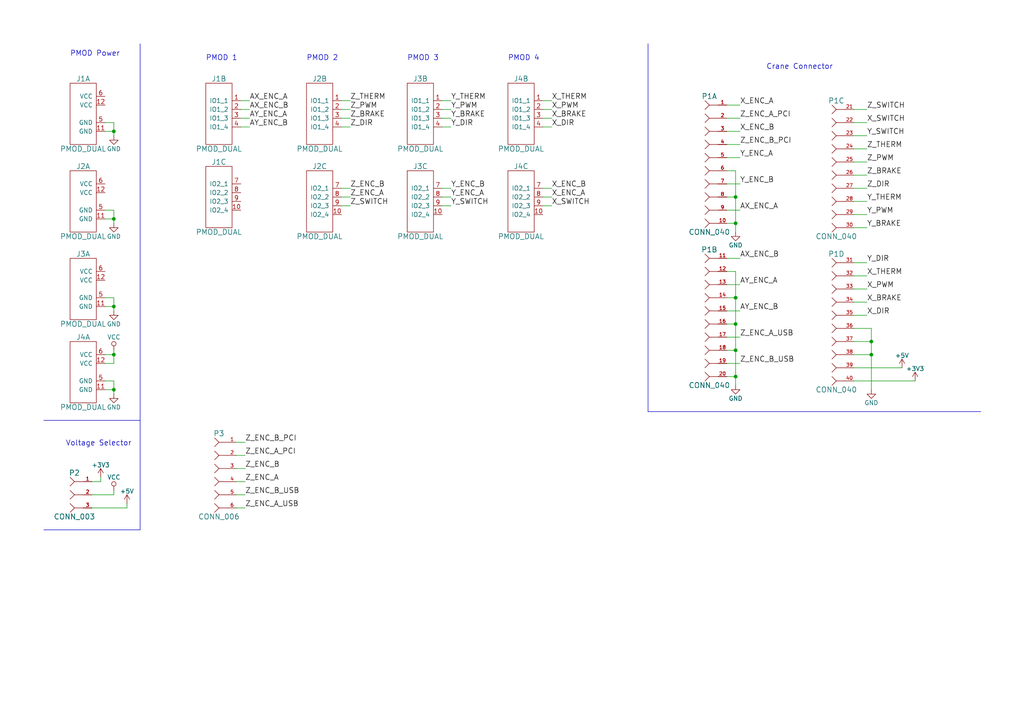
<source format=kicad_sch>
(kicad_sch (version 20230121) (generator eeschema)
  (paper "A4")
  (lib_symbols
    (symbol "Crane_Interface-rescue:+3V3" (power) (pin_names (offset 0))
      (property "Value" "+3V3" (at 0 3.556 0))
      (symbol "+3V3_0_1"
        (polyline (pts (xy -0.762 1.27) (xy 0 2.54)))
        (polyline (pts (xy 0 0) (xy 0 2.54)))
        (polyline (pts (xy 0 2.54) (xy 0.762 1.27)))
      )
      (symbol "+3V3_1_1"
        (pin power_in line (at 0 0 90) (length 0) hide (name "+3V3") (number "1"))
      )
    )
    (symbol "Crane_Interface-rescue:+5V" (power) (pin_names (offset 0))
      (property "Value" "+5V" (at 0 3.556 0))
      (symbol "+5V_0_1"
        (polyline (pts (xy -0.762 1.27) (xy 0 2.54)))
        (polyline (pts (xy 0 0) (xy 0 2.54)))
        (polyline (pts (xy 0 2.54) (xy 0.762 1.27)))
      )
      (symbol "+5V_1_1"
        (pin power_in line (at 0 0 90) (length 0) hide (name "+5V") (number "1"))
      )
    )
    (symbol "Crane_Interface-rescue:CONN_003" (pin_names (offset 1.016))
      (property "Reference" "P" (at 0 6.35 0))
      (property "Value" "CONN_003" (at 0 -6.35 0))
      (symbol "CONN_003_0_1"
        (polyline (pts (xy 0 -3.81) (xy 2.54 -3.81)))
        (polyline (pts (xy 0 3.81) (xy 2.54 3.81)))
        (polyline (pts (xy -1.27 -2.54) (xy 0 -3.81) (xy -1.27 -5.08)))
        (polyline (pts (xy -1.27 1.27) (xy 0 0) (xy -1.27 -1.27)))
        (polyline (pts (xy -1.27 2.54) (xy 0 3.81) (xy -1.27 5.08)))
        (polyline (pts (xy 0 0) (xy 1.27 0) (xy 2.54 0)))
      )
      (symbol "CONN_003_1_1"
        (pin input line (at 5.08 3.81 180) (length 2.54) (name "~") (number "1"))
        (pin input line (at 5.08 0 180) (length 2.54) (name "~") (number "2"))
        (pin input line (at 5.08 -3.81 180) (length 2.54) (name "~") (number "3"))
      )
    )
    (symbol "Crane_Interface-rescue:CONN_006" (pin_names (offset 1.016))
      (property "Reference" "P" (at 0 11.43 0))
      (property "Value" "CONN_006" (at 0 -12.7 0))
      (symbol "CONN_006_0_1"
        (polyline (pts (xy 0 -10.16) (xy 2.54 -10.16)))
        (polyline (pts (xy 0 -6.35) (xy 2.54 -6.35)))
        (polyline (pts (xy 0 -2.54) (xy -1.27 -3.81)))
        (polyline (pts (xy 0 5.08) (xy 2.54 5.08)))
        (polyline (pts (xy 0 8.89) (xy 2.54 8.89)))
        (polyline (pts (xy -1.27 -8.89) (xy 0 -10.16) (xy -1.27 -11.43)))
        (polyline (pts (xy -1.27 -5.08) (xy 0 -6.35) (xy -1.27 -7.62)))
        (polyline (pts (xy -1.27 2.54) (xy 0 1.27) (xy -1.27 0)))
        (polyline (pts (xy -1.27 3.81) (xy 0 5.08) (xy -1.27 6.35)))
        (polyline (pts (xy -1.27 7.62) (xy 0 8.89) (xy -1.27 10.16)))
        (polyline (pts (xy 0 1.27) (xy 1.27 1.27) (xy 2.54 1.27)))
        (polyline (pts (xy 2.54 -2.54) (xy 0 -2.54) (xy -1.27 -1.27)))
      )
      (symbol "CONN_006_1_1"
        (pin input line (at 5.08 8.89 180) (length 2.54) (name "~") (number "1"))
        (pin input line (at 5.08 5.08 180) (length 2.54) (name "~") (number "2"))
        (pin input line (at 5.08 1.27 180) (length 2.54) (name "~") (number "3"))
        (pin input line (at 5.08 -2.54 180) (length 2.54) (name "~") (number "4"))
        (pin input line (at 5.08 -6.35 180) (length 2.54) (name "~") (number "5"))
        (pin input line (at 5.08 -10.16 180) (length 2.54) (name "~") (number "6"))
      )
    )
    (symbol "Crane_Interface-rescue:CONN_040" (pin_names (offset 1.016))
      (property "Reference" "P" (at 0 19.05 0))
      (property "Value" "CONN_040" (at 0 -20.32 0))
      (symbol "CONN_040_0_1"
        (polyline (pts (xy 0 -17.78) (xy 2.54 -17.78)))
        (polyline (pts (xy 0 -10.16) (xy 2.54 -10.16)))
        (polyline (pts (xy 0 -2.54) (xy 2.54 -2.54)))
        (polyline (pts (xy 0 5.08) (xy 2.54 5.08)))
        (polyline (pts (xy 0 12.7) (xy 2.54 12.7)))
        (polyline (pts (xy 2.54 -13.97) (xy 0 -13.97)))
        (polyline (pts (xy 2.54 -6.35) (xy 0 -6.35)))
        (polyline (pts (xy 2.54 1.27) (xy 0 1.27)))
        (polyline (pts (xy 2.54 8.89) (xy 0 8.89)))
        (polyline (pts (xy 2.54 16.51) (xy 0 16.51)))
        (polyline (pts (xy -1.27 -16.51) (xy 0 -17.78) (xy -1.27 -19.05)))
        (polyline (pts (xy -1.27 -12.7) (xy 0 -13.97) (xy -1.27 -15.24)))
        (polyline (pts (xy -1.27 -8.89) (xy 0 -10.16) (xy -1.27 -11.43)))
        (polyline (pts (xy -1.27 -5.08) (xy 0 -6.35) (xy -1.27 -7.62)))
        (polyline (pts (xy -1.27 -1.27) (xy 0 -2.54) (xy -1.27 -3.81)))
        (polyline (pts (xy -1.27 2.54) (xy 0 1.27) (xy -1.27 0)))
        (polyline (pts (xy -1.27 6.35) (xy 0 5.08) (xy -1.27 3.81)))
        (polyline (pts (xy -1.27 10.16) (xy 0 8.89) (xy -1.27 7.62)))
        (polyline (pts (xy -1.27 13.97) (xy 0 12.7) (xy -1.27 11.43)))
        (polyline (pts (xy -1.27 15.24) (xy 0 16.51) (xy -1.27 17.78)))
      )
      (symbol "CONN_040_1_1"
        (pin input line (at 5.08 16.51 180) (length 2.54) (name "~") (number "1"))
        (pin input line (at 5.08 -17.78 180) (length 2.54) (name "~") (number "10"))
        (pin input line (at 5.08 12.7 180) (length 2.54) (name "~") (number "2"))
        (pin input line (at 5.08 8.89 180) (length 2.54) (name "~") (number "3"))
        (pin input line (at 5.08 5.08 180) (length 2.54) (name "~") (number "4"))
        (pin input line (at 5.08 1.27 180) (length 2.54) (name "~") (number "5"))
        (pin input line (at 5.08 -2.54 180) (length 2.54) (name "~") (number "6"))
        (pin input line (at 5.08 -6.35 180) (length 2.54) (name "~") (number "7"))
        (pin input line (at 5.08 -10.16 180) (length 2.54) (name "~") (number "8"))
        (pin input line (at 5.08 -13.97 180) (length 2.54) (name "~") (number "9"))
      )
      (symbol "CONN_040_1_2"
        (pin input line (at 2.54 29.21 180) (length 2.54) (name "~") (number "1"))
        (pin input line (at 2.54 -3.81 180) (length 2.54) (name "~") (number "10"))
        (pin input line (at 2.54 -6.35 180) (length 2.54) (name "~") (number "11"))
        (pin input line (at 2.54 -8.89 180) (length 2.54) (name "~") (number "12"))
        (pin input line (at 2.54 -11.43 180) (length 2.54) (name "~") (number "13"))
        (pin input line (at 2.54 -13.97 180) (length 2.54) (name "~") (number "14"))
        (pin input line (at 2.54 -16.51 180) (length 2.54) (name "~") (number "15"))
        (pin input line (at 2.54 -27.94 180) (length 2.54) (name "~") (number "16"))
        (pin input line (at 2.54 -31.75 180) (length 2.54) (name "~") (number "17"))
        (pin input line (at 2.54 -35.56 180) (length 2.54) (name "~") (number "18"))
        (pin input line (at 2.54 -26.67 180) (length 2.54) (name "~") (number "19"))
        (pin input line (at 2.54 25.4 180) (length 2.54) (name "~") (number "2"))
        (pin input line (at 2.54 -29.21 180) (length 2.54) (name "~") (number "20"))
        (pin input line (at 2.54 21.59 180) (length 2.54) (name "~") (number "3"))
        (pin input line (at 2.54 17.78 180) (length 2.54) (name "~") (number "4"))
        (pin input line (at 2.54 10.16 180) (length 2.54) (name "~") (number "6"))
        (pin input line (at 2.54 6.35 180) (length 2.54) (name "~") (number "7"))
        (pin input line (at 2.54 2.54 180) (length 2.54) (name "~") (number "8"))
        (pin input line (at 2.54 -1.27 180) (length 2.54) (name "~") (number "9"))
        (pin input line (at 2.54 13.97 180) (length 2.54) (name "~") (number "~"))
      )
      (symbol "CONN_040_2_1"
        (pin input line (at 5.08 16.51 180) (length 2.54) (name "~") (number "11"))
        (pin input line (at 5.08 12.7 180) (length 2.54) (name "~") (number "12"))
        (pin input line (at 5.08 8.89 180) (length 2.54) (name "~") (number "13"))
        (pin input line (at 5.08 5.08 180) (length 2.54) (name "~") (number "14"))
        (pin input line (at 5.08 1.27 180) (length 2.54) (name "~") (number "15"))
        (pin input line (at 5.08 -2.54 180) (length 2.54) (name "~") (number "16"))
        (pin input line (at 5.08 -6.35 180) (length 2.54) (name "~") (number "17"))
        (pin input line (at 5.08 -10.16 180) (length 2.54) (name "~") (number "18"))
        (pin input line (at 5.08 -13.97 180) (length 2.54) (name "~") (number "19"))
        (pin input line (at 5.08 -17.78 180) (length 2.54) (name "~") (number "20"))
      )
      (symbol "CONN_040_2_2"
        (pin input line (at 2.54 -35.56 180) (length 2.54) (name "~") (number "??"))
        (pin input line (at 2.54 -31.75 180) (length 2.54) (name "~") (number "??"))
        (pin input line (at 2.54 -29.21 180) (length 2.54) (name "~") (number "??"))
        (pin input line (at 2.54 -27.94 180) (length 2.54) (name "~") (number "??"))
        (pin input line (at 2.54 -26.67 180) (length 2.54) (name "~") (number "??"))
        (pin input line (at 2.54 -16.51 180) (length 2.54) (name "~") (number "??"))
        (pin input line (at 2.54 -13.97 180) (length 2.54) (name "~") (number "??"))
        (pin input line (at 2.54 -11.43 180) (length 2.54) (name "~") (number "??"))
        (pin input line (at 2.54 -8.89 180) (length 2.54) (name "~") (number "??"))
        (pin input line (at 2.54 -6.35 180) (length 2.54) (name "~") (number "??"))
        (pin input line (at 2.54 -3.81 180) (length 2.54) (name "~") (number "??"))
        (pin input line (at 2.54 -1.27 180) (length 2.54) (name "~") (number "??"))
        (pin input line (at 2.54 2.54 180) (length 2.54) (name "~") (number "??"))
        (pin input line (at 2.54 6.35 180) (length 2.54) (name "~") (number "??"))
        (pin input line (at 2.54 10.16 180) (length 2.54) (name "~") (number "??"))
        (pin input line (at 2.54 13.97 180) (length 2.54) (name "~") (number "??"))
        (pin input line (at 2.54 17.78 180) (length 2.54) (name "~") (number "??"))
        (pin input line (at 2.54 21.59 180) (length 2.54) (name "~") (number "??"))
        (pin input line (at 2.54 25.4 180) (length 2.54) (name "~") (number "??"))
        (pin input line (at 2.54 29.21 180) (length 2.54) (name "~") (number "??"))
      )
      (symbol "CONN_040_3_1"
        (pin input line (at 5.08 16.51 180) (length 2.54) (name "~") (number "21"))
        (pin input line (at 5.08 12.7 180) (length 2.54) (name "~") (number "22"))
        (pin input line (at 5.08 8.89 180) (length 2.54) (name "~") (number "23"))
        (pin input line (at 5.08 5.08 180) (length 2.54) (name "~") (number "24"))
        (pin input line (at 5.08 1.27 180) (length 2.54) (name "~") (number "25"))
        (pin input line (at 5.08 -2.54 180) (length 2.54) (name "~") (number "26"))
        (pin input line (at 5.08 -6.35 180) (length 2.54) (name "~") (number "27"))
        (pin input line (at 5.08 -10.16 180) (length 2.54) (name "~") (number "28"))
        (pin input line (at 5.08 -13.97 180) (length 2.54) (name "~") (number "29"))
        (pin input line (at 5.08 -17.78 180) (length 2.54) (name "~") (number "30"))
      )
      (symbol "CONN_040_3_2"
        (pin input line (at 2.54 29.21 180) (length 2.54) (name "~") (number "1"))
        (pin input line (at 2.54 -3.81 180) (length 2.54) (name "~") (number "10"))
        (pin input line (at 2.54 -6.35 180) (length 2.54) (name "~") (number "11"))
        (pin input line (at 2.54 -8.89 180) (length 2.54) (name "~") (number "12"))
        (pin input line (at 2.54 -11.43 180) (length 2.54) (name "~") (number "13"))
        (pin input line (at 2.54 -13.97 180) (length 2.54) (name "~") (number "14"))
        (pin input line (at 2.54 -16.51 180) (length 2.54) (name "~") (number "15"))
        (pin input line (at 2.54 -27.94 180) (length 2.54) (name "~") (number "16"))
        (pin input line (at 2.54 -31.75 180) (length 2.54) (name "~") (number "17"))
        (pin input line (at 2.54 -35.56 180) (length 2.54) (name "~") (number "18"))
        (pin input line (at 2.54 -26.67 180) (length 2.54) (name "~") (number "19"))
        (pin input line (at 2.54 25.4 180) (length 2.54) (name "~") (number "2"))
        (pin input line (at 2.54 -29.21 180) (length 2.54) (name "~") (number "20"))
        (pin input line (at 2.54 21.59 180) (length 2.54) (name "~") (number "3"))
        (pin input line (at 2.54 17.78 180) (length 2.54) (name "~") (number "4"))
        (pin input line (at 2.54 10.16 180) (length 2.54) (name "~") (number "6"))
        (pin input line (at 2.54 6.35 180) (length 2.54) (name "~") (number "7"))
        (pin input line (at 2.54 2.54 180) (length 2.54) (name "~") (number "8"))
        (pin input line (at 2.54 -1.27 180) (length 2.54) (name "~") (number "9"))
        (pin input line (at 2.54 13.97 180) (length 2.54) (name "~") (number "~"))
      )
      (symbol "CONN_040_4_1"
        (pin input line (at 5.08 16.51 180) (length 2.54) (name "~") (number "31"))
        (pin input line (at 5.08 12.7 180) (length 2.54) (name "~") (number "32"))
        (pin input line (at 5.08 8.89 180) (length 2.54) (name "~") (number "33"))
        (pin input line (at 5.08 5.08 180) (length 2.54) (name "~") (number "34"))
        (pin input line (at 5.08 1.27 180) (length 2.54) (name "~") (number "35"))
        (pin input line (at 5.08 -2.54 180) (length 2.54) (name "~") (number "36"))
        (pin input line (at 5.08 -6.35 180) (length 2.54) (name "~") (number "37"))
        (pin input line (at 5.08 -10.16 180) (length 2.54) (name "~") (number "38"))
        (pin input line (at 5.08 -13.97 180) (length 2.54) (name "~") (number "39"))
        (pin input line (at 5.08 -17.78 180) (length 2.54) (name "~") (number "40"))
      )
      (symbol "CONN_040_4_2"
        (pin input line (at 2.54 29.21 180) (length 2.54) (name "~") (number "1"))
        (pin input line (at 2.54 -3.81 180) (length 2.54) (name "~") (number "10"))
        (pin input line (at 2.54 -6.35 180) (length 2.54) (name "~") (number "11"))
        (pin input line (at 2.54 -8.89 180) (length 2.54) (name "~") (number "12"))
        (pin input line (at 2.54 -11.43 180) (length 2.54) (name "~") (number "13"))
        (pin input line (at 2.54 -13.97 180) (length 2.54) (name "~") (number "14"))
        (pin input line (at 2.54 -16.51 180) (length 2.54) (name "~") (number "15"))
        (pin input line (at 2.54 -27.94 180) (length 2.54) (name "~") (number "16"))
        (pin input line (at 2.54 -31.75 180) (length 2.54) (name "~") (number "17"))
        (pin input line (at 2.54 -35.56 180) (length 2.54) (name "~") (number "18"))
        (pin input line (at 2.54 -26.67 180) (length 2.54) (name "~") (number "19"))
        (pin input line (at 2.54 25.4 180) (length 2.54) (name "~") (number "2"))
        (pin input line (at 2.54 -29.21 180) (length 2.54) (name "~") (number "20"))
        (pin input line (at 2.54 21.59 180) (length 2.54) (name "~") (number "3"))
        (pin input line (at 2.54 17.78 180) (length 2.54) (name "~") (number "4"))
        (pin input line (at 2.54 10.16 180) (length 2.54) (name "~") (number "6"))
        (pin input line (at 2.54 6.35 180) (length 2.54) (name "~") (number "7"))
        (pin input line (at 2.54 2.54 180) (length 2.54) (name "~") (number "8"))
        (pin input line (at 2.54 -1.27 180) (length 2.54) (name "~") (number "9"))
        (pin input line (at 2.54 13.97 180) (length 2.54) (name "~") (number "~"))
      )
    )
    (symbol "Crane_Interface-rescue:GND" (power) (pin_names (offset 0))
      (property "Value" "GND" (at 0 -3.81 0))
      (symbol "GND_0_1"
        (polyline (pts (xy 0 0) (xy 0 -1.27) (xy 1.27 -1.27) (xy 0 -2.54) (xy -1.27 -1.27) (xy 0 -1.27)))
      )
      (symbol "GND_1_1"
        (pin power_in line (at 0 0 270) (length 0) hide (name "GND") (number "1"))
      )
    )
    (symbol "Crane_Interface-rescue:PMOD_DUAL" (pin_names (offset 1.016))
      (property "Reference" "J" (at 0 10.16 0))
      (property "Value" "PMOD_DUAL" (at 0 -10.16 0))
      (symbol "PMOD_DUAL_0_1"
        (rectangle (start 3.81 8.89) (end -3.81 -8.89))
      )
      (symbol "PMOD_DUAL_1_1"
        (pin input line (at 6.35 -5.08 180) (length 2.54) (name "GND") (number "11"))
        (pin input line (at 6.35 2.54 180) (length 2.54) (name "VCC") (number "12"))
        (pin input line (at 6.35 -2.54 180) (length 2.54) (name "GND") (number "5"))
        (pin input line (at 6.35 5.08 180) (length 2.54) (name "VCC") (number "6"))
      )
      (symbol "PMOD_DUAL_2_1"
        (pin input line (at 6.35 3.81 180) (length 2.54) (name "IO1_1") (number "1"))
        (pin input line (at 6.35 1.27 180) (length 2.54) (name "IO1_2") (number "2"))
        (pin input line (at 6.35 -1.27 180) (length 2.54) (name "IO1_3") (number "3"))
        (pin input line (at 6.35 -3.81 180) (length 2.54) (name "IO1_4") (number "4"))
      )
      (symbol "PMOD_DUAL_3_1"
        (pin input line (at 6.35 -3.81 180) (length 2.54) (name "IO2_4") (number "10"))
        (pin input line (at 6.35 3.81 180) (length 2.54) (name "IO2_1") (number "7"))
        (pin input line (at 6.35 1.27 180) (length 2.54) (name "IO2_2") (number "8"))
        (pin input line (at 6.35 -1.27 180) (length 2.54) (name "IO2_3") (number "9"))
      )
    )
    (symbol "Crane_Interface-rescue:VCC" (power) (pin_names (offset 0))
      (property "Value" "VCC" (at 0 3.81 0))
      (symbol "VCC_0_1"
        (polyline (pts (xy 0 0) (xy 0 1.27)))
        (circle (center 0 1.905) (radius 0.635))
      )
      (symbol "VCC_1_1"
        (pin power_in line (at 0 0 90) (length 0) hide (name "VCC") (number "1"))
      )
    )
  )
  (junction (at 252.73 99.06))
  (junction (at 213.36 101.6))
  (junction (at 213.36 57.15))
  (junction (at 252.73 102.87))
  (junction (at 33.02 38.1))
  (junction (at 33.02 113.03))
  (junction (at 33.02 63.5))
  (junction (at 213.36 64.77))
  (junction (at 33.02 88.9))
  (junction (at 33.02 102.87))
  (junction (at 213.36 86.36))
  (junction (at 213.36 109.22))
  (junction (at 213.36 93.98))
  (wire (pts (xy 33.02 102.87) (xy 33.02 105.41)))
  (wire (pts (xy 99.06 31.75) (xy 101.6 31.75)))
  (wire (pts (xy 29.21 139.7) (xy 26.67 139.7)))
  (wire (pts (xy 210.82 86.36) (xy 213.36 86.36)))
  (wire (pts (xy 30.48 60.96) (xy 33.02 60.96)))
  (wire (pts (xy 68.58 147.32) (xy 71.12 147.32)))
  (wire (pts (xy 99.06 57.15) (xy 101.6 57.15)))
  (wire (pts (xy 33.02 86.36) (xy 33.02 88.9)))
  (wire (pts (xy 213.36 49.53) (xy 213.36 57.15)))
  (wire (pts (xy 265.43 110.49) (xy 247.65 110.49)))
  (wire (pts (xy 210.82 97.79) (xy 214.63 97.79)))
  (wire (pts (xy 157.48 31.75) (xy 160.02 31.75)))
  (wire (pts (xy 72.39 31.75) (xy 69.85 31.75)))
  (wire (pts (xy 247.65 39.37) (xy 251.46 39.37)))
  (wire (pts (xy 33.02 113.03) (xy 33.02 114.3)))
  (wire (pts (xy 247.65 95.25) (xy 252.73 95.25)))
  (wire (pts (xy 210.82 82.55) (xy 214.63 82.55)))
  (wire (pts (xy 33.02 88.9) (xy 33.02 90.17)))
  (wire (pts (xy 213.36 57.15) (xy 213.36 64.77)))
  (wire (pts (xy 251.46 35.56) (xy 247.65 35.56)))
  (wire (pts (xy 251.46 43.18) (xy 247.65 43.18)))
  (wire (pts (xy 130.81 59.69) (xy 128.27 59.69)))
  (wire (pts (xy 213.36 78.74) (xy 213.36 86.36)))
  (wire (pts (xy 251.46 83.82) (xy 247.65 83.82)))
  (wire (pts (xy 251.46 91.44) (xy 247.65 91.44)))
  (wire (pts (xy 213.36 109.22) (xy 213.36 111.76)))
  (wire (pts (xy 247.65 50.8) (xy 251.46 50.8)))
  (wire (pts (xy 252.73 102.87) (xy 252.73 113.03)))
  (polyline (pts (xy 187.96 119.38) (xy 284.48 119.38)))
  (wire (pts (xy 251.46 54.61) (xy 247.65 54.61)))
  (wire (pts (xy 68.58 132.08) (xy 71.12 132.08)))
  (wire (pts (xy 128.27 57.15) (xy 130.81 57.15)))
  (wire (pts (xy 130.81 29.21) (xy 128.27 29.21)))
  (wire (pts (xy 36.83 147.32) (xy 26.67 147.32)))
  (wire (pts (xy 210.82 109.22) (xy 213.36 109.22)))
  (wire (pts (xy 30.48 102.87) (xy 33.02 102.87)))
  (wire (pts (xy 160.02 59.69) (xy 157.48 59.69)))
  (wire (pts (xy 160.02 34.29) (xy 157.48 34.29)))
  (wire (pts (xy 72.39 36.83) (xy 69.85 36.83)))
  (wire (pts (xy 210.82 105.41) (xy 214.63 105.41)))
  (wire (pts (xy 251.46 62.23) (xy 247.65 62.23)))
  (wire (pts (xy 213.36 86.36) (xy 213.36 93.98)))
  (wire (pts (xy 30.48 113.03) (xy 33.02 113.03)))
  (wire (pts (xy 157.48 36.83) (xy 160.02 36.83)))
  (wire (pts (xy 99.06 36.83) (xy 101.6 36.83)))
  (wire (pts (xy 36.83 146.05) (xy 36.83 147.32)))
  (polyline (pts (xy 187.96 12.7) (xy 187.96 119.38)))
  (wire (pts (xy 30.48 35.56) (xy 33.02 35.56)))
  (wire (pts (xy 214.63 41.91) (xy 210.82 41.91)))
  (wire (pts (xy 210.82 64.77) (xy 213.36 64.77)))
  (wire (pts (xy 101.6 59.69) (xy 99.06 59.69)))
  (wire (pts (xy 247.65 58.42) (xy 251.46 58.42)))
  (wire (pts (xy 210.82 78.74) (xy 213.36 78.74)))
  (wire (pts (xy 247.65 66.04) (xy 251.46 66.04)))
  (wire (pts (xy 68.58 139.7) (xy 71.12 139.7)))
  (wire (pts (xy 101.6 34.29) (xy 99.06 34.29)))
  (wire (pts (xy 252.73 99.06) (xy 252.73 102.87)))
  (wire (pts (xy 130.81 34.29) (xy 128.27 34.29)))
  (wire (pts (xy 214.63 60.96) (xy 210.82 60.96)))
  (wire (pts (xy 247.65 46.99) (xy 251.46 46.99)))
  (wire (pts (xy 213.36 93.98) (xy 213.36 101.6)))
  (wire (pts (xy 247.65 31.75) (xy 251.46 31.75)))
  (wire (pts (xy 29.21 138.43) (xy 29.21 139.7)))
  (wire (pts (xy 214.63 74.93) (xy 210.82 74.93)))
  (wire (pts (xy 30.48 38.1) (xy 33.02 38.1)))
  (wire (pts (xy 30.48 110.49) (xy 33.02 110.49)))
  (wire (pts (xy 160.02 54.61) (xy 157.48 54.61)))
  (wire (pts (xy 101.6 29.21) (xy 99.06 29.21)))
  (wire (pts (xy 71.12 143.51) (xy 68.58 143.51)))
  (wire (pts (xy 210.82 34.29) (xy 214.63 34.29)))
  (wire (pts (xy 214.63 53.34) (xy 210.82 53.34)))
  (wire (pts (xy 33.02 35.56) (xy 33.02 38.1)))
  (wire (pts (xy 213.36 101.6) (xy 213.36 109.22)))
  (wire (pts (xy 33.02 38.1) (xy 33.02 39.37)))
  (wire (pts (xy 69.85 34.29) (xy 72.39 34.29)))
  (wire (pts (xy 33.02 60.96) (xy 33.02 63.5)))
  (polyline (pts (xy 40.64 121.92) (xy 12.7 121.92)))
  (wire (pts (xy 69.85 29.21) (xy 72.39 29.21)))
  (wire (pts (xy 130.81 54.61) (xy 128.27 54.61)))
  (wire (pts (xy 210.82 30.48) (xy 214.63 30.48)))
  (wire (pts (xy 214.63 38.1) (xy 210.82 38.1)))
  (wire (pts (xy 33.02 110.49) (xy 33.02 113.03)))
  (polyline (pts (xy 40.64 153.67) (xy 12.7 153.67)))
  (wire (pts (xy 252.73 102.87) (xy 247.65 102.87)))
  (wire (pts (xy 101.6 54.61) (xy 99.06 54.61)))
  (wire (pts (xy 210.82 93.98) (xy 213.36 93.98)))
  (wire (pts (xy 157.48 57.15) (xy 160.02 57.15)))
  (wire (pts (xy 26.67 143.51) (xy 33.02 143.51)))
  (wire (pts (xy 71.12 135.89) (xy 68.58 135.89)))
  (wire (pts (xy 33.02 63.5) (xy 33.02 64.77)))
  (wire (pts (xy 33.02 143.51) (xy 33.02 142.24)))
  (wire (pts (xy 247.65 80.01) (xy 251.46 80.01)))
  (wire (pts (xy 30.48 63.5) (xy 33.02 63.5)))
  (wire (pts (xy 71.12 128.27) (xy 68.58 128.27)))
  (wire (pts (xy 210.82 101.6) (xy 213.36 101.6)))
  (polyline (pts (xy 40.64 12.7) (xy 40.64 153.67)))
  (wire (pts (xy 30.48 86.36) (xy 33.02 86.36)))
  (wire (pts (xy 33.02 101.6) (xy 33.02 102.87)))
  (wire (pts (xy 251.46 76.2) (xy 247.65 76.2)))
  (wire (pts (xy 128.27 36.83) (xy 130.81 36.83)))
  (wire (pts (xy 128.27 31.75) (xy 130.81 31.75)))
  (wire (pts (xy 210.82 49.53) (xy 213.36 49.53)))
  (wire (pts (xy 247.65 87.63) (xy 251.46 87.63)))
  (wire (pts (xy 247.65 106.68) (xy 261.62 106.68)))
  (wire (pts (xy 247.65 99.06) (xy 252.73 99.06)))
  (wire (pts (xy 252.73 95.25) (xy 252.73 99.06)))
  (wire (pts (xy 30.48 88.9) (xy 33.02 88.9)))
  (wire (pts (xy 210.82 45.72) (xy 214.63 45.72)))
  (wire (pts (xy 160.02 29.21) (xy 157.48 29.21)))
  (wire (pts (xy 213.36 64.77) (xy 213.36 67.31)))
  (wire (pts (xy 214.63 90.17) (xy 210.82 90.17)))
  (wire (pts (xy 210.82 57.15) (xy 213.36 57.15)))
  (wire (pts (xy 33.02 105.41) (xy 30.48 105.41)))
  (text "Voltage Selector" (at 19.05 129.54 0) (effects (font (size 1.524 1.524)) (justify left bottom)))
  (text "PMOD 3" (at 118.11 17.78 0) (effects (font (size 1.524 1.524)) (justify left bottom)))
  (text "PMOD 1" (at 59.69 17.78 0) (effects (font (size 1.524 1.524)) (justify left bottom)))
  (text "PMOD Power" (at 20.32 16.51 0) (effects (font (size 1.524 1.524)) (justify left bottom)))
  (text "PMOD 4" (at 147.32 17.78 0) (effects (font (size 1.524 1.524)) (justify left bottom)))
  (text "PMOD 2" (at 88.9 17.78 0) (effects (font (size 1.524 1.524)) (justify left bottom)))
  (text "Crane Connector" (at 222.25 20.32 0) (effects (font (size 1.524 1.524)) (justify left bottom)))
  (label "AY_ENC_B" (at 72.39 36.83 0) (effects (font (size 1.524 1.524))))
  (label "Z_ENC_A" (at 71.12 139.7 0) (effects (font (size 1.524 1.524))))
  (label "Z_PWM" (at 101.6 31.75 0) (effects (font (size 1.524 1.524))))
  (label "Z_PWM" (at 251.46 46.99 0) (effects (font (size 1.524 1.524))))
  (label "Z_THERM" (at 251.46 43.18 0) (effects (font (size 1.524 1.524))))
  (label "Z_THERM" (at 101.6 29.21 0) (effects (font (size 1.524 1.524))))
  (label "Z_ENC_B" (at 101.6 54.61 0) (effects (font (size 1.524 1.524))))
  (label "Y_BRAKE" (at 251.46 66.04 0) (effects (font (size 1.524 1.524))))
  (label "Y_SWITCH" (at 130.81 59.69 0) (effects (font (size 1.524 1.524))))
  (label "AX_ENC_A" (at 72.39 29.21 0) (effects (font (size 1.524 1.524))))
  (label "Z_SWITCH" (at 251.46 31.75 0) (effects (font (size 1.524 1.524))))
  (label "X_THERM" (at 160.02 29.21 0) (effects (font (size 1.524 1.524))))
  (label "AX_ENC_B" (at 214.63 74.93 0) (effects (font (size 1.524 1.524))))
  (label "X_PWM" (at 251.46 83.82 0) (effects (font (size 1.524 1.524))))
  (label "Y_DIR" (at 251.46 76.2 0) (effects (font (size 1.524 1.524))))
  (label "Z_DIR" (at 101.6 36.83 0) (effects (font (size 1.524 1.524))))
  (label "Y_PWM" (at 130.81 31.75 0) (effects (font (size 1.524 1.524))))
  (label "X_SWITCH" (at 251.46 35.56 0) (effects (font (size 1.524 1.524))))
  (label "Z_ENC_A_USB" (at 71.12 147.32 0) (effects (font (size 1.524 1.524))))
  (label "Y_THERM" (at 251.46 58.42 0) (effects (font (size 1.524 1.524))))
  (label "Z_BRAKE" (at 101.6 34.29 0) (effects (font (size 1.524 1.524))))
  (label "Z_SWITCH" (at 101.6 59.69 0) (effects (font (size 1.524 1.524))))
  (label "X_ENC_B" (at 214.63 38.1 0) (effects (font (size 1.524 1.524))))
  (label "Z_ENC_A" (at 101.6 57.15 0) (effects (font (size 1.524 1.524))))
  (label "X_DIR" (at 251.46 91.44 0) (effects (font (size 1.524 1.524))))
  (label "Z_ENC_B_USB" (at 214.63 105.41 0) (effects (font (size 1.524 1.524))))
  (label "Y_ENC_A" (at 130.81 57.15 0) (effects (font (size 1.524 1.524))))
  (label "Y_PWM" (at 251.46 62.23 0) (effects (font (size 1.524 1.524))))
  (label "X_BRAKE" (at 251.46 87.63 0) (effects (font (size 1.524 1.524))))
  (label "Z_ENC_A_USB" (at 214.63 97.79 0) (effects (font (size 1.524 1.524))))
  (label "X_DIR" (at 160.02 36.83 0) (effects (font (size 1.524 1.524))))
  (label "Z_ENC_B_PCI" (at 214.63 41.91 0) (effects (font (size 1.524 1.524))))
  (label "X_SWITCH" (at 160.02 59.69 0) (effects (font (size 1.524 1.524))))
  (label "X_ENC_B" (at 160.02 54.61 0) (effects (font (size 1.524 1.524))))
  (label "X_BRAKE" (at 160.02 34.29 0) (effects (font (size 1.524 1.524))))
  (label "Z_ENC_B" (at 71.12 135.89 0) (effects (font (size 1.524 1.524))))
  (label "Y_ENC_B" (at 214.63 53.34 0) (effects (font (size 1.524 1.524))))
  (label "AX_ENC_A" (at 214.63 60.96 0) (effects (font (size 1.524 1.524))))
  (label "Z_DIR" (at 251.46 54.61 0) (effects (font (size 1.524 1.524))))
  (label "Y_SWITCH" (at 251.46 39.37 0) (effects (font (size 1.524 1.524))))
  (label "Y_DIR" (at 130.81 36.83 0) (effects (font (size 1.524 1.524))))
  (label "Y_ENC_B" (at 130.81 54.61 0) (effects (font (size 1.524 1.524))))
  (label "Z_ENC_B_USB" (at 71.12 143.51 0) (effects (font (size 1.524 1.524))))
  (label "Z_BRAKE" (at 251.46 50.8 0) (effects (font (size 1.524 1.524))))
  (label "AY_ENC_A" (at 214.63 82.55 0) (effects (font (size 1.524 1.524))))
  (label "Z_ENC_B_PCI" (at 71.12 128.27 0) (effects (font (size 1.524 1.524))))
  (label "X_ENC_A" (at 160.02 57.15 0) (effects (font (size 1.524 1.524))))
  (label "AX_ENC_B" (at 72.39 31.75 0) (effects (font (size 1.524 1.524))))
  (label "Y_BRAKE" (at 130.81 34.29 0) (effects (font (size 1.524 1.524))))
  (label "Y_ENC_A" (at 214.63 45.72 0) (effects (font (size 1.524 1.524))))
  (label "X_PWM" (at 160.02 31.75 0) (effects (font (size 1.524 1.524))))
  (label "Z_ENC_A_PCI" (at 71.12 132.08 0) (effects (font (size 1.524 1.524))))
  (label "Y_THERM" (at 130.81 29.21 0) (effects (font (size 1.524 1.524))))
  (label "AY_ENC_B" (at 214.63 90.17 0) (effects (font (size 1.524 1.524))))
  (label "X_THERM" (at 251.46 80.01 0) (effects (font (size 1.524 1.524))))
  (label "Z_ENC_A_PCI" (at 214.63 34.29 0) (effects (font (size 1.524 1.524))))
  (label "AY_ENC_A" (at 72.39 34.29 0) (effects (font (size 1.524 1.524))))
  (label "X_ENC_A" (at 214.63 30.48 0) (effects (font (size 1.524 1.524))))
  (symbol (lib_id "Crane_Interface-rescue:PMOD_DUAL") (at 24.13 33.02 0) (unit 1)
    (property "Reference" "J1" (at 24.13 22.86 0) (effects (font (size 1.524 1.524))))
    (property "Value" "PMOD_DUAL" (at 24.13 43.18 0) (effects (font (size 1.524 1.524))))
    (property "Footprint" "Digilent:PMOD_DOUBLE_MALE" (effects hide))
    (property "ManufacturerNumber" "61301221021" (effects hide))
    (property "DigikeyNumber" "732-5354-ND" (effects hide))
    (property "ManufacturerName" "Wurth Electronics Inc." (effects hide))
  )
  (symbol (lib_id "Crane_Interface-rescue:PMOD_DUAL") (at 63.5 33.02 0) (unit 2)
    (property "Reference" "J1" (at 63.5 22.86 0) (effects (font (size 1.524 1.524))))
    (property "Value" "PMOD_DUAL" (at 63.5 43.18 0) (effects (font (size 1.524 1.524))))
    (property "Footprint" "Digilent:PMOD_DOUBLE_MALE" (effects hide))
    (property "ManufacturerNumber" "61301221021" (effects hide))
    (property "DigikeyNumber" "732-5354-ND" (effects hide))
    (property "ManufacturerName" "Wurth Electronics Inc." (effects hide))
  )
  (symbol (lib_id "Crane_Interface-rescue:PMOD_DUAL") (at 63.5 57.15 0) (unit 3)
    (property "Reference" "J1" (at 63.5 46.99 0) (effects (font (size 1.524 1.524))))
    (property "Value" "PMOD_DUAL" (at 63.5 67.31 0) (effects (font (size 1.524 1.524))))
    (property "Footprint" "Digilent:PMOD_DOUBLE_MALE" (effects hide))
    (property "ManufacturerNumber" "61301221021" (effects hide))
    (property "DigikeyNumber" "732-5354-ND" (effects hide))
    (property "ManufacturerName" "Wurth Electronics Inc." (effects hide))
  )
  (symbol (lib_id "Crane_Interface-rescue:PMOD_DUAL") (at 24.13 58.42 0) (unit 1)
    (property "Reference" "J2" (at 24.13 48.26 0) (effects (font (size 1.524 1.524))))
    (property "Value" "PMOD_DUAL" (at 24.13 68.58 0) (effects (font (size 1.524 1.524))))
    (property "Footprint" "Digilent:PMOD_DOUBLE_MALE" (effects hide))
    (property "ManufacturerNumber" "61301221021" (effects hide))
    (property "DigikeyNumber" "732-5354-ND" (effects hide))
    (property "ManufacturerName" "Wurth Electronics Inc." (effects hide))
  )
  (symbol (lib_id "Crane_Interface-rescue:PMOD_DUAL") (at 92.71 33.02 0) (unit 2)
    (property "Reference" "J2" (at 92.71 22.86 0) (effects (font (size 1.524 1.524))))
    (property "Value" "PMOD_DUAL" (at 92.71 43.18 0) (effects (font (size 1.524 1.524))))
    (property "Footprint" "Digilent:PMOD_DOUBLE_MALE" (effects hide))
    (property "ManufacturerNumber" "61301221021" (effects hide))
    (property "DigikeyNumber" "732-5354-ND" (effects hide))
    (property "ManufacturerName" "Wurth Electronics Inc." (effects hide))
  )
  (symbol (lib_id "Crane_Interface-rescue:PMOD_DUAL") (at 92.71 58.42 0) (unit 3)
    (property "Reference" "J2" (at 92.71 48.26 0) (effects (font (size 1.524 1.524))))
    (property "Value" "PMOD_DUAL" (at 92.71 68.58 0) (effects (font (size 1.524 1.524))))
    (property "Footprint" "Digilent:PMOD_DOUBLE_MALE" (effects hide))
    (property "ManufacturerNumber" "61301221021" (effects hide))
    (property "DigikeyNumber" "732-5354-ND" (effects hide))
    (property "ManufacturerName" "Wurth Electronics Inc." (effects hide))
  )
  (symbol (lib_id "Crane_Interface-rescue:PMOD_DUAL") (at 24.13 83.82 0) (unit 1)
    (property "Reference" "J3" (at 24.13 73.66 0) (effects (font (size 1.524 1.524))))
    (property "Value" "PMOD_DUAL" (at 24.13 93.98 0) (effects (font (size 1.524 1.524))))
    (property "Footprint" "Digilent:PMOD_DOUBLE_MALE" (effects hide))
    (property "ManufacturerNumber" "61301221021" (effects hide))
    (property "DigikeyNumber" "732-5354-ND" (effects hide))
    (property "ManufacturerName" "Wurth Electronics Inc." (effects hide))
  )
  (symbol (lib_id "Crane_Interface-rescue:PMOD_DUAL") (at 121.92 33.02 0) (unit 2)
    (property "Reference" "J3" (at 121.92 22.86 0) (effects (font (size 1.524 1.524))))
    (property "Value" "PMOD_DUAL" (at 121.92 43.18 0) (effects (font (size 1.524 1.524))))
    (property "Footprint" "Digilent:PMOD_DOUBLE_MALE" (effects hide))
    (property "ManufacturerNumber" "61301221021" (effects hide))
    (property "DigikeyNumber" "732-5354-ND" (effects hide))
    (property "ManufacturerName" "Wurth Electronics Inc." (effects hide))
  )
  (symbol (lib_id "Crane_Interface-rescue:PMOD_DUAL") (at 121.92 58.42 0) (unit 3)
    (property "Reference" "J3" (at 121.92 48.26 0) (effects (font (size 1.524 1.524))))
    (property "Value" "PMOD_DUAL" (at 121.92 68.58 0) (effects (font (size 1.524 1.524))))
    (property "Footprint" "Digilent:PMOD_DOUBLE_MALE" (effects hide))
    (property "ManufacturerNumber" "61301221021" (effects hide))
    (property "DigikeyNumber" "732-5354-ND" (effects hide))
    (property "ManufacturerName" "Wurth Electronics Inc." (effects hide))
  )
  (symbol (lib_id "Crane_Interface-rescue:PMOD_DUAL") (at 24.13 107.95 0) (unit 1)
    (property "Reference" "J4" (at 24.13 97.79 0) (effects (font (size 1.524 1.524))))
    (property "Value" "PMOD_DUAL" (at 24.13 118.11 0) (effects (font (size 1.524 1.524))))
    (property "Footprint" "Digilent:PMOD_DOUBLE_MALE" (effects hide))
    (property "ManufacturerNumber" "61301221021" (effects hide))
    (property "DigikeyNumber" "732-5354-ND" (effects hide))
    (property "ManufacturerName" "Wurth Electronics Inc." (effects hide))
  )
  (symbol (lib_id "Crane_Interface-rescue:PMOD_DUAL") (at 151.13 33.02 0) (unit 2)
    (property "Reference" "J4" (at 151.13 22.86 0) (effects (font (size 1.524 1.524))))
    (property "Value" "PMOD_DUAL" (at 151.13 43.18 0) (effects (font (size 1.524 1.524))))
    (property "Footprint" "Digilent:PMOD_DOUBLE_MALE" (effects hide))
    (property "ManufacturerNumber" "61301221021" (effects hide))
    (property "DigikeyNumber" "732-5354-ND" (effects hide))
    (property "ManufacturerName" "Wurth Electronics Inc." (effects hide))
  )
  (symbol (lib_id "Crane_Interface-rescue:PMOD_DUAL") (at 151.13 58.42 0) (unit 3)
    (property "Reference" "J4" (at 151.13 48.26 0) (effects (font (size 1.524 1.524))))
    (property "Value" "PMOD_DUAL" (at 151.13 68.58 0) (effects (font (size 1.524 1.524))))
    (property "Footprint" "Digilent:PMOD_DOUBLE_MALE" (effects hide))
    (property "ManufacturerNumber" "61301221021" (effects hide))
    (property "DigikeyNumber" "732-5354-ND" (effects hide))
    (property "ManufacturerName" "Wurth Electronics Inc." (effects hide))
  )
  (symbol (lib_id "Crane_Interface-rescue:CONN_040") (at 205.74 46.99 0) (unit 1)
    (property "Reference" "P1" (at 205.74 27.94 0) (effects (font (size 1.524 1.524))))
    (property "Value" "CONN_040" (at 205.74 67.31 0) (effects (font (size 1.524 1.524))))
    (property "Footprint" "Connectors:CONN_2.54mm_2x20" (effects hide))
    (property "ManufacturerNumber" "SBH11-PBPC-D20-ST-BK" (effects hide))
    (property "DigikeyNumber" "S9175-ND" (effects hide))
    (property "ManufacturerName" "Sullins Connector Solutions" (effects hide))
  )
  (symbol (lib_id "Crane_Interface-rescue:CONN_040") (at 205.74 91.44 0) (unit 2)
    (property "Reference" "P1" (at 205.74 72.39 0) (effects (font (size 1.524 1.524))))
    (property "Value" "CONN_040" (at 205.74 111.76 0) (effects (font (size 1.524 1.524))))
    (property "Footprint" "Connectors:CONN_2.54mm_2x20" (effects hide))
    (property "ManufacturerNumber" "SBH11-PBPC-D20-ST-BK" (effects hide))
    (property "DigikeyNumber" "S9175-ND" (effects hide))
    (property "ManufacturerName" "Sullins Connector Solutions" (effects hide))
  )
  (symbol (lib_id "Crane_Interface-rescue:CONN_040") (at 242.57 48.26 0) (unit 3)
    (property "Reference" "P1" (at 242.57 29.21 0) (effects (font (size 1.524 1.524))))
    (property "Value" "CONN_040" (at 242.57 68.58 0) (effects (font (size 1.524 1.524))))
    (property "Footprint" "Connectors:CONN_2.54mm_2x20" (effects hide))
    (property "ManufacturerNumber" "SBH11-PBPC-D20-ST-BK" (effects hide))
    (property "DigikeyNumber" "S9175-ND" (effects hide))
    (property "ManufacturerName" "Sullins Connector Solutions" (effects hide))
  )
  (symbol (lib_id "Crane_Interface-rescue:CONN_040") (at 242.57 92.71 0) (unit 4)
    (property "Reference" "P1" (at 242.57 73.66 0) (effects (font (size 1.524 1.524))))
    (property "Value" "CONN_040" (at 242.57 113.03 0) (effects (font (size 1.524 1.524))))
    (property "Footprint" "Connectors:CONN_2.54mm_2x20" (effects hide))
    (property "ManufacturerNumber" "SBH11-PBPC-D20-ST-BK" (effects hide))
    (property "DigikeyNumber" "S9175-ND" (effects hide))
    (property "ManufacturerName" "Sullins Connector Solutions" (effects hide))
  )
  (symbol (lib_id "Crane_Interface-rescue:GND") (at 33.02 114.3 0) (unit 1)
    (property "Reference" "#PWR01" (effects hide))
    (property "Value" "GND" (at 33.02 118.11 0))
  )
  (symbol (lib_id "Crane_Interface-rescue:GND") (at 33.02 90.17 0) (unit 1)
    (property "Reference" "#PWR02" (effects hide))
    (property "Value" "GND" (at 33.02 93.98 0))
  )
  (symbol (lib_id "Crane_Interface-rescue:GND") (at 33.02 64.77 0) (unit 1)
    (property "Reference" "#PWR03" (effects hide))
    (property "Value" "GND" (at 33.02 68.58 0))
  )
  (symbol (lib_id "Crane_Interface-rescue:GND") (at 33.02 39.37 0) (unit 1)
    (property "Reference" "#PWR04" (effects hide))
    (property "Value" "GND" (at 33.02 43.18 0))
  )
  (symbol (lib_id "Crane_Interface-rescue:+3V3") (at 265.43 110.49 0) (unit 1)
    (property "Reference" "#PWR05" (effects hide))
    (property "Value" "+3V3" (at 265.43 106.934 0))
  )
  (symbol (lib_id "Crane_Interface-rescue:GND") (at 213.36 67.31 0) (unit 1)
    (property "Reference" "#PWR06" (effects hide))
    (property "Value" "GND" (at 213.36 71.12 0))
  )
  (symbol (lib_id "Crane_Interface-rescue:GND") (at 213.36 111.76 0) (unit 1)
    (property "Reference" "#PWR07" (effects hide))
    (property "Value" "GND" (at 213.36 115.57 0))
  )
  (symbol (lib_id "Crane_Interface-rescue:+5V") (at 261.62 106.68 0) (unit 1)
    (property "Reference" "#PWR08" (effects hide))
    (property "Value" "+5V" (at 261.62 103.124 0))
  )
  (symbol (lib_id "Crane_Interface-rescue:GND") (at 252.73 113.03 0) (unit 1)
    (property "Reference" "#PWR09" (effects hide))
    (property "Value" "GND" (at 252.73 116.84 0))
  )
  (symbol (lib_id "Crane_Interface-rescue:VCC") (at 33.02 101.6 0) (unit 1)
    (property "Reference" "#PWR010" (effects hide))
    (property "Value" "VCC" (at 33.02 97.79 0))
  )
  (symbol (lib_id "Crane_Interface-rescue:CONN_003") (at 21.59 143.51 0) (unit 1)
    (property "Reference" "P2" (at 21.59 137.16 0) (effects (font (size 1.524 1.524))))
    (property "Value" "CONN_003" (at 21.59 149.86 0) (effects (font (size 1.524 1.524))))
    (property "Footprint" "Connectors:CONN_2.54mm_1x03" (effects hide))
    (property "ManufacturerNumber" "61300311121" (effects hide))
    (property "DigikeyNumber" "732-5316-ND" (effects hide))
    (property "ManufacturerName" "Wurth Electronics" (effects hide))
  )
  (symbol (lib_id "Crane_Interface-rescue:VCC") (at 33.02 142.24 0) (unit 1)
    (property "Reference" "#PWR014" (effects hide))
    (property "Value" "VCC" (at 33.02 138.43 0))
  )
  (symbol (lib_id "Crane_Interface-rescue:+3V3") (at 29.21 138.43 0) (unit 1)
    (property "Reference" "#PWR015" (effects hide))
    (property "Value" "+3V3" (at 29.21 134.874 0))
  )
  (symbol (lib_id "Crane_Interface-rescue:+5V") (at 36.83 146.05 0) (unit 1)
    (property "Reference" "#PWR016" (effects hide))
    (property "Value" "+5V" (at 36.83 142.494 0))
  )
  (symbol (lib_id "Crane_Interface-rescue:CONN_006") (at 63.5 137.16 0) (unit 1)
    (property "Reference" "P3" (at 63.5 125.73 0) (effects (font (size 1.524 1.524))))
    (property "Value" "CONN_006" (at 63.5 149.86 0) (effects (font (size 1.524 1.524))))
    (property "Footprint" "Connectors:CONN_2.54mm_2x03" (effects hide))
    (property "ManufacturerNumber" "67997-206HLF" (effects hide))
    (property "DigikeyNumber" "609-3234-ND" (effects hide))
    (property "ManufacturerName" "Amphenol FCI" (effects hide))
  )
)
</source>
